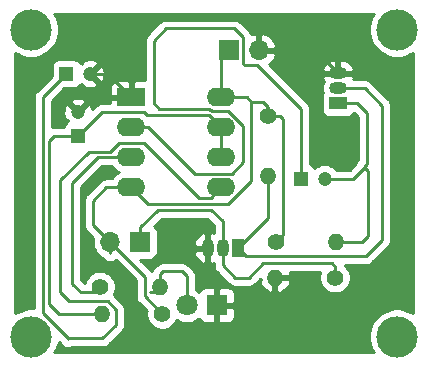
<source format=gbr>
%TF.GenerationSoftware,KiCad,Pcbnew,(5.1.12)-1*%
%TF.CreationDate,2023-08-26T19:40:57+05:30*%
%TF.ProjectId,clap switch,636c6170-2073-4776-9974-63682e6b6963,rev?*%
%TF.SameCoordinates,Original*%
%TF.FileFunction,Copper,L2,Bot*%
%TF.FilePolarity,Positive*%
%FSLAX46Y46*%
G04 Gerber Fmt 4.6, Leading zero omitted, Abs format (unit mm)*
G04 Created by KiCad (PCBNEW (5.1.12)-1) date 2023-08-26 19:40:57*
%MOMM*%
%LPD*%
G01*
G04 APERTURE LIST*
%TA.AperFunction,ComponentPad*%
%ADD10O,1.700000X1.700000*%
%TD*%
%TA.AperFunction,ComponentPad*%
%ADD11R,1.700000X1.700000*%
%TD*%
%TA.AperFunction,ComponentPad*%
%ADD12C,1.800000*%
%TD*%
%TA.AperFunction,ComponentPad*%
%ADD13R,1.800000X1.800000*%
%TD*%
%TA.AperFunction,ComponentPad*%
%ADD14O,2.400000X1.600000*%
%TD*%
%TA.AperFunction,ComponentPad*%
%ADD15R,2.400000X1.600000*%
%TD*%
%TA.AperFunction,ComponentPad*%
%ADD16R,1.500000X1.050000*%
%TD*%
%TA.AperFunction,ComponentPad*%
%ADD17O,1.500000X1.050000*%
%TD*%
%TA.AperFunction,ComponentPad*%
%ADD18O,1.400000X1.400000*%
%TD*%
%TA.AperFunction,ComponentPad*%
%ADD19C,1.400000*%
%TD*%
%TA.AperFunction,ComponentPad*%
%ADD20R,1.050000X1.500000*%
%TD*%
%TA.AperFunction,ComponentPad*%
%ADD21O,1.050000X1.500000*%
%TD*%
%TA.AperFunction,ComponentPad*%
%ADD22C,1.200000*%
%TD*%
%TA.AperFunction,ComponentPad*%
%ADD23R,1.200000X1.200000*%
%TD*%
%TA.AperFunction,ViaPad*%
%ADD24C,3.500000*%
%TD*%
%TA.AperFunction,Conductor*%
%ADD25C,0.250000*%
%TD*%
%TA.AperFunction,Conductor*%
%ADD26C,0.254000*%
%TD*%
%TA.AperFunction,Conductor*%
%ADD27C,0.100000*%
%TD*%
G04 APERTURE END LIST*
D10*
%TO.P,6V1,2*%
%TO.N,Earth*%
X162290000Y-75750000D03*
D11*
%TO.P,6V1,1*%
%TO.N,Net-(6V1-Pad1)*%
X159750000Y-75750000D03*
%TD*%
D12*
%TO.P,D1,2*%
%TO.N,Net-(D1-Pad2)*%
X156210000Y-97350000D03*
D13*
%TO.P,D1,1*%
%TO.N,Earth*%
X158750000Y-97350000D03*
%TD*%
D14*
%TO.P,U1,8*%
%TO.N,Net-(6V1-Pad1)*%
X159120000Y-79750000D03*
%TO.P,U1,4*%
X151500000Y-87370000D03*
%TO.P,U1,7*%
%TO.N,Net-(C2-Pad1)*%
X159120000Y-82290000D03*
%TO.P,U1,3*%
%TO.N,Net-(R1-Pad1)*%
X151500000Y-84830000D03*
%TO.P,U1,6*%
%TO.N,Net-(C2-Pad1)*%
X159120000Y-84830000D03*
%TO.P,U1,2*%
%TO.N,Net-(C3-Pad1)*%
X151500000Y-82290000D03*
%TO.P,U1,5*%
%TO.N,Net-(C1-Pad1)*%
X159120000Y-87370000D03*
D15*
%TO.P,U1,1*%
%TO.N,Earth*%
X151500000Y-79750000D03*
%TD*%
D10*
%TO.P,MK1,2*%
%TO.N,Net-(6V1-Pad1)*%
X149710000Y-92000000D03*
D11*
%TO.P,MK1,1*%
%TO.N,Net-(MK1-Pad1)*%
X152250000Y-92000000D03*
%TD*%
D16*
%TO.P,Q2,1*%
%TO.N,Net-(C3-Pad2)*%
X169000000Y-80250000D03*
D17*
%TO.P,Q2,3*%
%TO.N,Earth*%
X169000000Y-77710000D03*
%TO.P,Q2,2*%
%TO.N,Net-(Q1-Pad1)*%
X169000000Y-78980000D03*
%TD*%
D18*
%TO.P,R5,2*%
%TO.N,Earth*%
X163670000Y-95000000D03*
D19*
%TO.P,R5,1*%
%TO.N,Net-(MK1-Pad1)*%
X168750000Y-95000000D03*
%TD*%
D18*
%TO.P,R4,2*%
%TO.N,Net-(Q1-Pad1)*%
X163068000Y-86360000D03*
D19*
%TO.P,R4,1*%
%TO.N,Net-(6V1-Pad1)*%
X163068000Y-81280000D03*
%TD*%
D18*
%TO.P,R3,2*%
%TO.N,Net-(C3-Pad2)*%
X168830000Y-92000000D03*
D19*
%TO.P,R3,1*%
%TO.N,Net-(6V1-Pad1)*%
X163750000Y-92000000D03*
%TD*%
D18*
%TO.P,R2,2*%
%TO.N,Net-(C2-Pad1)*%
X149030000Y-98070000D03*
D19*
%TO.P,R2,1*%
%TO.N,Net-(6V1-Pad1)*%
X154110000Y-98070000D03*
%TD*%
D18*
%TO.P,R1,2*%
%TO.N,Net-(D1-Pad2)*%
X153930000Y-95770000D03*
D19*
%TO.P,R1,1*%
%TO.N,Net-(R1-Pad1)*%
X148850000Y-95770000D03*
%TD*%
D20*
%TO.P,Q1,1*%
%TO.N,Net-(Q1-Pad1)*%
X160500000Y-92500000D03*
D21*
%TO.P,Q1,3*%
%TO.N,Earth*%
X157960000Y-92500000D03*
%TO.P,Q1,2*%
%TO.N,Net-(MK1-Pad1)*%
X159230000Y-92500000D03*
%TD*%
D22*
%TO.P,C3,2*%
%TO.N,Net-(C3-Pad2)*%
X167862000Y-86614000D03*
D23*
%TO.P,C3,1*%
%TO.N,Net-(C3-Pad1)*%
X165862000Y-86614000D03*
%TD*%
D22*
%TO.P,C2,2*%
%TO.N,Earth*%
X147000000Y-81000000D03*
D23*
%TO.P,C2,1*%
%TO.N,Net-(C2-Pad1)*%
X147000000Y-83000000D03*
%TD*%
D22*
%TO.P,C1,2*%
%TO.N,Earth*%
X148000000Y-77750000D03*
D23*
%TO.P,C1,1*%
%TO.N,Net-(C1-Pad1)*%
X146000000Y-77750000D03*
%TD*%
D24*
%TO.N,*%
X174000000Y-100000000D03*
X143000000Y-100000000D03*
X143000000Y-74000000D03*
X174000000Y-74000000D03*
%TD*%
D25*
%TO.N,Earth*%
X149500000Y-77750000D02*
X151500000Y-79750000D01*
X148000000Y-77750000D02*
X149500000Y-77750000D01*
X167040000Y-75750000D02*
X169000000Y-77710000D01*
X162290000Y-75750000D02*
X167040000Y-75750000D01*
X172210000Y-77710000D02*
X169000000Y-77710000D01*
X173660000Y-79160000D02*
X172210000Y-77710000D01*
X173660000Y-94690000D02*
X173660000Y-79160000D01*
X169150000Y-99200000D02*
X173660000Y-94690000D01*
X158750000Y-97350000D02*
X158750000Y-98720000D01*
X158750000Y-98720000D02*
X159310000Y-99280000D01*
X159310000Y-99280000D02*
X162840000Y-99280000D01*
X162840000Y-99280000D02*
X163670000Y-98450000D01*
X163670000Y-95000000D02*
X163670000Y-97660000D01*
X163670000Y-97660000D02*
X163670000Y-97250000D01*
X163670000Y-98450000D02*
X163670000Y-97660000D01*
X164420000Y-99200000D02*
X163670000Y-98450000D01*
X169150000Y-99200000D02*
X164420000Y-99200000D01*
X151500000Y-74306000D02*
X151500000Y-79750000D01*
X152596000Y-73210000D02*
X151500000Y-74306000D01*
X161710000Y-73210000D02*
X152596000Y-73210000D01*
X162290000Y-73790000D02*
X161710000Y-73210000D01*
X162290000Y-75750000D02*
X162290000Y-73790000D01*
%TO.N,Net-(6V1-Pad1)*%
X151500000Y-87370000D02*
X149380000Y-87370000D01*
X149380000Y-87370000D02*
X148250000Y-88500000D01*
X148250000Y-90540000D02*
X149710000Y-92000000D01*
X148250000Y-88500000D02*
X148250000Y-90540000D01*
X149710000Y-92960000D02*
X149710000Y-92000000D01*
X159120000Y-76380000D02*
X159750000Y-75750000D01*
X159120000Y-79750000D02*
X159120000Y-76380000D01*
X159120000Y-79750000D02*
X160500000Y-79750000D01*
X152629990Y-94919990D02*
X149710000Y-92000000D01*
X152629990Y-96589990D02*
X152629990Y-94919990D01*
X154110000Y-98070000D02*
X152629990Y-96589990D01*
X160280000Y-79750000D02*
X159120000Y-79750000D01*
X151500000Y-87370000D02*
X152929991Y-88799991D01*
X152929991Y-88799991D02*
X159681013Y-88799991D01*
X159681013Y-88799991D02*
X161670000Y-86811004D01*
X161670000Y-86811004D02*
X161670000Y-80136000D01*
X161670000Y-80136000D02*
X161284000Y-79750000D01*
X161284000Y-79750000D02*
X160280000Y-79750000D01*
X162686000Y-80136000D02*
X161670000Y-80136000D01*
X163068000Y-80518000D02*
X162686000Y-80136000D01*
X163068000Y-81280000D02*
X163068000Y-80518000D01*
X164084000Y-81280000D02*
X163068000Y-81280000D01*
X164338000Y-81534000D02*
X164084000Y-81280000D01*
X164338000Y-91412000D02*
X164338000Y-81534000D01*
X163750000Y-92000000D02*
X164338000Y-91412000D01*
%TO.N,Net-(C1-Pad1)*%
X146000000Y-77750000D02*
X144000000Y-79750000D01*
X144000000Y-79750000D02*
X144000000Y-98000000D01*
X144000000Y-98000000D02*
X146144999Y-100144999D01*
X146144999Y-100144999D02*
X146144999Y-100242001D01*
X158240000Y-88250000D02*
X159120000Y-87370000D01*
X146144999Y-100144999D02*
X149065001Y-100144999D01*
X145500000Y-86750000D02*
X147889999Y-84360001D01*
X149065001Y-100144999D02*
X150190000Y-99020000D01*
X150190000Y-97712998D02*
X149497002Y-97020000D01*
X149497002Y-97020000D02*
X146270000Y-97020000D01*
X149689015Y-84360001D02*
X150483016Y-83566000D01*
X146270000Y-97020000D02*
X145500000Y-96250000D01*
X145500000Y-96250000D02*
X145500000Y-86750000D01*
X150190000Y-99020000D02*
X150190000Y-97712998D01*
X147889999Y-84360001D02*
X149689015Y-84360001D01*
X150483016Y-83566000D02*
X152566000Y-83566000D01*
X152566000Y-83566000D02*
X157250000Y-88250000D01*
X157250000Y-88250000D02*
X158240000Y-88250000D01*
%TO.N,Net-(C2-Pad1)*%
X159120000Y-82290000D02*
X159120000Y-84830000D01*
X145370000Y-98070000D02*
X149030000Y-98070000D01*
X144540000Y-97240000D02*
X145370000Y-98070000D01*
X144540000Y-83460000D02*
X144540000Y-97240000D01*
X145000000Y-83000000D02*
X144540000Y-83460000D01*
X147000000Y-83000000D02*
X145000000Y-83000000D01*
X149000000Y-81000000D02*
X147000000Y-83000000D01*
X152840000Y-81250000D02*
X152590000Y-81000000D01*
X158080000Y-81250000D02*
X152840000Y-81250000D01*
X159120000Y-82290000D02*
X158080000Y-81250000D01*
X152590000Y-81000000D02*
X149000000Y-81000000D01*
%TO.N,Net-(C3-Pad2)*%
X169000000Y-80250000D02*
X170620000Y-80250000D01*
X170620000Y-80250000D02*
X171440000Y-81070000D01*
X171440000Y-81070000D02*
X171440000Y-85354000D01*
X171560000Y-91510000D02*
X171560000Y-85962000D01*
X171070000Y-92000000D02*
X171560000Y-91510000D01*
X168830000Y-92000000D02*
X171070000Y-92000000D01*
X171196000Y-85598000D02*
X171440000Y-85354000D01*
X171560000Y-85962000D02*
X171196000Y-85598000D01*
X171196000Y-85725000D02*
X171196000Y-85598000D01*
X170307000Y-86614000D02*
X171196000Y-85725000D01*
X167862000Y-86614000D02*
X170307000Y-86614000D01*
%TO.N,Net-(C3-Pad1)*%
X156904990Y-86244990D02*
X152950000Y-82290000D01*
X158356400Y-80889989D02*
X159710993Y-80889989D01*
X159710993Y-80889989D02*
X161000000Y-82178996D01*
X158266400Y-80799989D02*
X158356400Y-80889989D01*
X160005010Y-86244990D02*
X156904990Y-86244990D01*
X165862000Y-86614000D02*
X165862000Y-80698002D01*
X153874980Y-80714980D02*
X158093976Y-80714980D01*
X165862000Y-80698002D02*
X162125998Y-76962000D01*
X162125998Y-76962000D02*
X161027000Y-76962000D01*
X161027000Y-76962000D02*
X160925001Y-76860001D01*
X160925001Y-76860001D02*
X160925001Y-74639999D01*
X161000000Y-82178996D02*
X161000000Y-85250000D01*
X153416000Y-74930000D02*
X153416000Y-80256000D01*
X160195002Y-73910000D02*
X154436000Y-73910000D01*
X152950000Y-82290000D02*
X151500000Y-82290000D01*
X154436000Y-73910000D02*
X153416000Y-74930000D01*
X161000000Y-85250000D02*
X160005010Y-86244990D01*
X153416000Y-80256000D02*
X153874980Y-80714980D01*
X158093976Y-80714980D02*
X158178985Y-80799989D01*
X160925001Y-74639999D02*
X160195002Y-73910000D01*
X158178985Y-80799989D02*
X158266400Y-80799989D01*
%TO.N,Net-(D1-Pad2)*%
X153460000Y-96250000D02*
X153080000Y-96250000D01*
X153930000Y-95770000D02*
X153930000Y-94710000D01*
X153930000Y-94710000D02*
X154190000Y-94450000D01*
X154190000Y-94450000D02*
X155790000Y-94450000D01*
X156210000Y-94870000D02*
X156210000Y-97350000D01*
X155790000Y-94450000D02*
X156210000Y-94870000D01*
%TO.N,Net-(MK1-Pad1)*%
X159230000Y-92500000D02*
X159230000Y-90230000D01*
X159230000Y-90230000D02*
X158250000Y-89250000D01*
X158250000Y-89250000D02*
X153750000Y-89250000D01*
X152250000Y-90750000D02*
X152250000Y-92000000D01*
X153750000Y-89250000D02*
X152250000Y-90750000D01*
X168750000Y-95000000D02*
X168750000Y-94070000D01*
X168750000Y-94070000D02*
X168470000Y-93790000D01*
X168470000Y-93790000D02*
X162690000Y-93790000D01*
X162690000Y-93790000D02*
X161470000Y-95010000D01*
X161470000Y-95010000D02*
X160280000Y-95010000D01*
X159230000Y-93960000D02*
X159230000Y-92500000D01*
X160280000Y-95010000D02*
X159230000Y-93960000D01*
%TO.N,Net-(Q1-Pad1)*%
X171350000Y-93200000D02*
X161200000Y-93200000D01*
X161200000Y-93200000D02*
X160500000Y-92500000D01*
X172740000Y-91810000D02*
X171350000Y-93200000D01*
X172740000Y-80450000D02*
X172740000Y-91810000D01*
X171270000Y-78980000D02*
X172740000Y-80450000D01*
X169000000Y-78980000D02*
X171270000Y-78980000D01*
X163068000Y-89932000D02*
X160500000Y-92500000D01*
X163068000Y-86360000D02*
X163068000Y-89932000D01*
%TO.N,Net-(R1-Pad1)*%
X146500000Y-87000000D02*
X148670000Y-84830000D01*
X146500000Y-95510000D02*
X146500000Y-87000000D01*
X148670000Y-84830000D02*
X151500000Y-84830000D01*
X147240000Y-96250000D02*
X146500000Y-95510000D01*
X148370000Y-96250000D02*
X148850000Y-95770000D01*
X147240000Y-96250000D02*
X148370000Y-96250000D01*
%TD*%
D26*
%TO.N,Earth*%
X171886440Y-72870279D02*
X171706654Y-73304321D01*
X171615000Y-73765098D01*
X171615000Y-74234902D01*
X171706654Y-74695679D01*
X171886440Y-75129721D01*
X172147450Y-75520349D01*
X172479651Y-75852550D01*
X172870279Y-76113560D01*
X173304321Y-76293346D01*
X173765098Y-76385000D01*
X174234902Y-76385000D01*
X174695679Y-76293346D01*
X175129721Y-76113560D01*
X175340000Y-75973056D01*
X175340001Y-98026945D01*
X175129721Y-97886440D01*
X174695679Y-97706654D01*
X174234902Y-97615000D01*
X173765098Y-97615000D01*
X173304321Y-97706654D01*
X172870279Y-97886440D01*
X172479651Y-98147450D01*
X172147450Y-98479651D01*
X171886440Y-98870279D01*
X171706654Y-99304321D01*
X171615000Y-99765098D01*
X171615000Y-100234902D01*
X171706654Y-100695679D01*
X171886440Y-101129721D01*
X172026944Y-101340000D01*
X144973056Y-101340000D01*
X145113560Y-101129721D01*
X145293346Y-100695679D01*
X145347687Y-100422489D01*
X145430748Y-100505549D01*
X145439453Y-100534248D01*
X145510025Y-100666277D01*
X145604998Y-100782002D01*
X145720724Y-100876975D01*
X145852753Y-100947547D01*
X145996014Y-100991004D01*
X146144999Y-101005678D01*
X146293985Y-100991004D01*
X146437246Y-100947547D01*
X146516847Y-100904999D01*
X149027679Y-100904999D01*
X149065001Y-100908675D01*
X149102323Y-100904999D01*
X149102334Y-100904999D01*
X149213987Y-100894002D01*
X149357248Y-100850545D01*
X149489277Y-100779973D01*
X149605002Y-100685000D01*
X149628805Y-100655997D01*
X150701004Y-99583798D01*
X150730001Y-99560001D01*
X150824974Y-99444276D01*
X150895546Y-99312247D01*
X150939003Y-99168986D01*
X150950000Y-99057333D01*
X150950000Y-99057323D01*
X150953676Y-99020000D01*
X150950000Y-98982677D01*
X150950000Y-97750320D01*
X150953676Y-97712997D01*
X150950000Y-97675674D01*
X150950000Y-97675665D01*
X150939003Y-97564012D01*
X150895546Y-97420751D01*
X150824974Y-97288722D01*
X150730001Y-97172997D01*
X150701002Y-97149199D01*
X150060805Y-96509002D01*
X150037003Y-96479999D01*
X150000952Y-96450413D01*
X150033061Y-96402359D01*
X150133696Y-96159405D01*
X150185000Y-95901486D01*
X150185000Y-95638514D01*
X150133696Y-95380595D01*
X150033061Y-95137641D01*
X149886962Y-94918987D01*
X149701013Y-94733038D01*
X149482359Y-94586939D01*
X149239405Y-94486304D01*
X148981486Y-94435000D01*
X148718514Y-94435000D01*
X148460595Y-94486304D01*
X148217641Y-94586939D01*
X147998987Y-94733038D01*
X147813038Y-94918987D01*
X147666939Y-95137641D01*
X147566304Y-95380595D01*
X147546244Y-95481442D01*
X147260000Y-95195199D01*
X147260000Y-87314801D01*
X148984803Y-85590000D01*
X149879099Y-85590000D01*
X149901068Y-85631101D01*
X150080392Y-85849608D01*
X150298899Y-86028932D01*
X150431858Y-86100000D01*
X150298899Y-86171068D01*
X150080392Y-86350392D01*
X149901068Y-86568899D01*
X149879099Y-86610000D01*
X149417322Y-86610000D01*
X149379999Y-86606324D01*
X149342676Y-86610000D01*
X149342667Y-86610000D01*
X149231014Y-86620997D01*
X149087753Y-86664454D01*
X148955724Y-86735026D01*
X148839999Y-86829999D01*
X148816201Y-86858997D01*
X147739002Y-87936196D01*
X147709999Y-87959999D01*
X147654871Y-88027174D01*
X147615026Y-88075724D01*
X147601508Y-88101015D01*
X147544454Y-88207754D01*
X147500997Y-88351015D01*
X147490000Y-88462668D01*
X147490000Y-88462678D01*
X147486324Y-88500000D01*
X147490000Y-88537323D01*
X147490001Y-90502668D01*
X147486324Y-90540000D01*
X147490001Y-90577333D01*
X147500998Y-90688986D01*
X147508182Y-90712668D01*
X147544454Y-90832246D01*
X147615026Y-90964276D01*
X147665287Y-91025518D01*
X147710000Y-91080001D01*
X147738998Y-91103799D01*
X148268791Y-91633592D01*
X148225000Y-91853740D01*
X148225000Y-92146260D01*
X148282068Y-92433158D01*
X148394010Y-92703411D01*
X148556525Y-92946632D01*
X148763368Y-93153475D01*
X149006589Y-93315990D01*
X149047608Y-93332981D01*
X149075026Y-93384275D01*
X149169999Y-93500001D01*
X149285724Y-93594974D01*
X149417753Y-93665546D01*
X149561014Y-93709003D01*
X149710000Y-93723677D01*
X149858985Y-93709003D01*
X150002246Y-93665546D01*
X150134275Y-93594974D01*
X150186946Y-93551748D01*
X151869991Y-95234794D01*
X151869990Y-96552667D01*
X151866314Y-96589990D01*
X151869990Y-96627312D01*
X151869990Y-96627322D01*
X151880987Y-96738975D01*
X151921040Y-96871013D01*
X151924444Y-96882236D01*
X151995016Y-97014266D01*
X152010422Y-97033038D01*
X152089989Y-97129991D01*
X152118993Y-97153794D01*
X152796355Y-97831157D01*
X152775000Y-97938514D01*
X152775000Y-98201486D01*
X152826304Y-98459405D01*
X152926939Y-98702359D01*
X153073038Y-98921013D01*
X153258987Y-99106962D01*
X153477641Y-99253061D01*
X153720595Y-99353696D01*
X153978514Y-99405000D01*
X154241486Y-99405000D01*
X154499405Y-99353696D01*
X154742359Y-99253061D01*
X154961013Y-99106962D01*
X155146962Y-98921013D01*
X155293061Y-98702359D01*
X155331638Y-98609226D01*
X155482905Y-98710299D01*
X155762257Y-98826011D01*
X156058816Y-98885000D01*
X156361184Y-98885000D01*
X156657743Y-98826011D01*
X156937095Y-98710299D01*
X157188505Y-98542312D01*
X157254944Y-98475873D01*
X157260498Y-98494180D01*
X157319463Y-98604494D01*
X157398815Y-98701185D01*
X157495506Y-98780537D01*
X157605820Y-98839502D01*
X157725518Y-98875812D01*
X157850000Y-98888072D01*
X158464250Y-98885000D01*
X158623000Y-98726250D01*
X158623000Y-97477000D01*
X158877000Y-97477000D01*
X158877000Y-98726250D01*
X159035750Y-98885000D01*
X159650000Y-98888072D01*
X159774482Y-98875812D01*
X159894180Y-98839502D01*
X160004494Y-98780537D01*
X160101185Y-98701185D01*
X160180537Y-98604494D01*
X160239502Y-98494180D01*
X160275812Y-98374482D01*
X160288072Y-98250000D01*
X160285000Y-97635750D01*
X160126250Y-97477000D01*
X158877000Y-97477000D01*
X158623000Y-97477000D01*
X158603000Y-97477000D01*
X158603000Y-97223000D01*
X158623000Y-97223000D01*
X158623000Y-95973750D01*
X158877000Y-95973750D01*
X158877000Y-97223000D01*
X160126250Y-97223000D01*
X160285000Y-97064250D01*
X160288072Y-96450000D01*
X160275812Y-96325518D01*
X160239502Y-96205820D01*
X160180537Y-96095506D01*
X160101185Y-95998815D01*
X160004494Y-95919463D01*
X159894180Y-95860498D01*
X159774482Y-95824188D01*
X159650000Y-95811928D01*
X159035750Y-95815000D01*
X158877000Y-95973750D01*
X158623000Y-95973750D01*
X158464250Y-95815000D01*
X157850000Y-95811928D01*
X157725518Y-95824188D01*
X157605820Y-95860498D01*
X157495506Y-95919463D01*
X157398815Y-95998815D01*
X157319463Y-96095506D01*
X157260498Y-96205820D01*
X157254944Y-96224127D01*
X157188505Y-96157688D01*
X156970000Y-96011687D01*
X156970000Y-94907325D01*
X156973676Y-94870000D01*
X156970000Y-94832675D01*
X156970000Y-94832667D01*
X156959003Y-94721014D01*
X156915546Y-94577753D01*
X156844974Y-94445724D01*
X156750001Y-94329999D01*
X156720998Y-94306197D01*
X156353804Y-93939003D01*
X156330001Y-93909999D01*
X156214276Y-93815026D01*
X156082247Y-93744454D01*
X155938986Y-93700997D01*
X155827333Y-93690000D01*
X155827322Y-93690000D01*
X155790000Y-93686324D01*
X155752678Y-93690000D01*
X154227333Y-93690000D01*
X154190000Y-93686323D01*
X154152667Y-93690000D01*
X154041014Y-93700997D01*
X153897753Y-93744454D01*
X153765724Y-93815026D01*
X153649999Y-93909999D01*
X153626196Y-93939003D01*
X153418998Y-94146201D01*
X153390000Y-94169999D01*
X153366202Y-94198997D01*
X153366201Y-94198998D01*
X153295026Y-94285724D01*
X153224454Y-94417754D01*
X153218120Y-94438634D01*
X153193789Y-94408986D01*
X153193785Y-94408982D01*
X153169991Y-94379989D01*
X153140998Y-94356195D01*
X152272874Y-93488072D01*
X153100000Y-93488072D01*
X153224482Y-93475812D01*
X153344180Y-93439502D01*
X153454494Y-93380537D01*
X153551185Y-93301185D01*
X153630537Y-93204494D01*
X153689502Y-93094180D01*
X153725812Y-92974482D01*
X153738072Y-92850000D01*
X153738072Y-92810507D01*
X156793669Y-92810507D01*
X156832761Y-93036404D01*
X156915172Y-93250334D01*
X157037736Y-93444076D01*
X157195742Y-93610184D01*
X157383118Y-93742275D01*
X157592663Y-93835272D01*
X157654190Y-93843964D01*
X157833000Y-93718163D01*
X157833000Y-92627000D01*
X156953402Y-92627000D01*
X156793669Y-92810507D01*
X153738072Y-92810507D01*
X153738072Y-92189493D01*
X156793669Y-92189493D01*
X156953402Y-92373000D01*
X157833000Y-92373000D01*
X157833000Y-91281837D01*
X157654190Y-91156036D01*
X157592663Y-91164728D01*
X157383118Y-91257725D01*
X157195742Y-91389816D01*
X157037736Y-91555924D01*
X156915172Y-91749666D01*
X156832761Y-91963596D01*
X156793669Y-92189493D01*
X153738072Y-92189493D01*
X153738072Y-91150000D01*
X153725812Y-91025518D01*
X153689502Y-90905820D01*
X153630537Y-90795506D01*
X153551185Y-90698815D01*
X153454958Y-90619844D01*
X154064802Y-90010000D01*
X157935199Y-90010000D01*
X158470001Y-90544803D01*
X158470001Y-91228043D01*
X158327337Y-91164728D01*
X158265810Y-91156036D01*
X158087000Y-91281837D01*
X158087000Y-92046891D01*
X158086785Y-92047600D01*
X158070000Y-92218021D01*
X158070000Y-92781978D01*
X158086785Y-92952399D01*
X158087000Y-92953108D01*
X158087000Y-93718163D01*
X158265810Y-93843964D01*
X158327337Y-93835272D01*
X158470000Y-93771957D01*
X158470000Y-93922677D01*
X158466324Y-93960000D01*
X158470000Y-93997322D01*
X158470000Y-93997332D01*
X158480997Y-94108985D01*
X158523773Y-94250000D01*
X158524454Y-94252246D01*
X158595026Y-94384276D01*
X158622500Y-94417753D01*
X158689999Y-94500001D01*
X158719002Y-94523804D01*
X159716201Y-95521003D01*
X159739999Y-95550001D01*
X159855724Y-95644974D01*
X159987753Y-95715546D01*
X160131014Y-95759003D01*
X160242667Y-95770000D01*
X160242676Y-95770000D01*
X160279999Y-95773676D01*
X160317322Y-95770000D01*
X161432678Y-95770000D01*
X161470000Y-95773676D01*
X161507322Y-95770000D01*
X161507333Y-95770000D01*
X161618986Y-95759003D01*
X161762247Y-95715546D01*
X161894276Y-95644974D01*
X162010001Y-95550001D01*
X162033804Y-95520997D01*
X162427800Y-95127002D01*
X162500625Y-95127002D01*
X162377284Y-95333329D01*
X162409953Y-95441044D01*
X162520208Y-95678392D01*
X162674649Y-95889670D01*
X162867340Y-96066759D01*
X163090877Y-96202853D01*
X163336670Y-96292722D01*
X163543000Y-96170201D01*
X163543000Y-95127000D01*
X163797000Y-95127000D01*
X163797000Y-96170201D01*
X164003330Y-96292722D01*
X164249123Y-96202853D01*
X164472660Y-96066759D01*
X164665351Y-95889670D01*
X164819792Y-95678392D01*
X164930047Y-95441044D01*
X164962716Y-95333329D01*
X164839374Y-95127000D01*
X163797000Y-95127000D01*
X163543000Y-95127000D01*
X163523000Y-95127000D01*
X163523000Y-94873000D01*
X163543000Y-94873000D01*
X163543000Y-94853000D01*
X163797000Y-94853000D01*
X163797000Y-94873000D01*
X164839374Y-94873000D01*
X164962716Y-94666671D01*
X164930047Y-94558956D01*
X164925887Y-94550000D01*
X167491403Y-94550000D01*
X167466304Y-94610595D01*
X167415000Y-94868514D01*
X167415000Y-95131486D01*
X167466304Y-95389405D01*
X167566939Y-95632359D01*
X167713038Y-95851013D01*
X167898987Y-96036962D01*
X168117641Y-96183061D01*
X168360595Y-96283696D01*
X168618514Y-96335000D01*
X168881486Y-96335000D01*
X169139405Y-96283696D01*
X169382359Y-96183061D01*
X169601013Y-96036962D01*
X169786962Y-95851013D01*
X169933061Y-95632359D01*
X170033696Y-95389405D01*
X170085000Y-95131486D01*
X170085000Y-94868514D01*
X170033696Y-94610595D01*
X169933061Y-94367641D01*
X169786962Y-94148987D01*
X169601013Y-93963038D01*
X169596466Y-93960000D01*
X171312678Y-93960000D01*
X171350000Y-93963676D01*
X171387322Y-93960000D01*
X171387333Y-93960000D01*
X171498986Y-93949003D01*
X171642247Y-93905546D01*
X171774276Y-93834974D01*
X171890001Y-93740001D01*
X171913804Y-93710997D01*
X173251003Y-92373799D01*
X173280001Y-92350001D01*
X173374974Y-92234276D01*
X173445546Y-92102247D01*
X173489003Y-91958986D01*
X173500000Y-91847333D01*
X173500000Y-91847323D01*
X173503676Y-91810000D01*
X173500000Y-91772677D01*
X173500000Y-80487323D01*
X173503676Y-80450000D01*
X173500000Y-80412677D01*
X173500000Y-80412667D01*
X173489003Y-80301014D01*
X173445546Y-80157753D01*
X173418426Y-80107015D01*
X173374974Y-80025723D01*
X173303799Y-79938997D01*
X173280001Y-79909999D01*
X173251004Y-79886202D01*
X171833804Y-78469003D01*
X171810001Y-78439999D01*
X171694276Y-78345026D01*
X171562247Y-78274454D01*
X171418986Y-78230997D01*
X171307333Y-78220000D01*
X171307322Y-78220000D01*
X171270000Y-78216324D01*
X171232678Y-78220000D01*
X170271958Y-78220000D01*
X170335272Y-78077337D01*
X170343964Y-78015810D01*
X170218163Y-77837000D01*
X169453109Y-77837000D01*
X169452400Y-77836785D01*
X169281979Y-77820000D01*
X168718021Y-77820000D01*
X168547600Y-77836785D01*
X168546891Y-77837000D01*
X167781837Y-77837000D01*
X167656036Y-78015810D01*
X167664728Y-78077337D01*
X167757725Y-78286882D01*
X167798929Y-78345331D01*
X167698115Y-78533940D01*
X167631785Y-78752600D01*
X167609388Y-78980000D01*
X167631785Y-79207400D01*
X167695093Y-79416098D01*
X167660498Y-79480820D01*
X167624188Y-79600518D01*
X167611928Y-79725000D01*
X167611928Y-80775000D01*
X167624188Y-80899482D01*
X167660498Y-81019180D01*
X167719463Y-81129494D01*
X167798815Y-81226185D01*
X167895506Y-81305537D01*
X168005820Y-81364502D01*
X168125518Y-81400812D01*
X168250000Y-81413072D01*
X169750000Y-81413072D01*
X169874482Y-81400812D01*
X169994180Y-81364502D01*
X170104494Y-81305537D01*
X170201185Y-81226185D01*
X170280537Y-81129494D01*
X170330751Y-81035552D01*
X170680000Y-81384802D01*
X170680001Y-85038301D01*
X170655999Y-85057999D01*
X170561026Y-85173724D01*
X170490454Y-85305753D01*
X170468687Y-85377512D01*
X169992199Y-85854000D01*
X168839506Y-85854000D01*
X168821287Y-85826733D01*
X168649267Y-85654713D01*
X168446992Y-85519557D01*
X168222236Y-85426460D01*
X167983637Y-85379000D01*
X167740363Y-85379000D01*
X167501764Y-85426460D01*
X167277008Y-85519557D01*
X167074733Y-85654713D01*
X167019499Y-85709947D01*
X166992537Y-85659506D01*
X166913185Y-85562815D01*
X166816494Y-85483463D01*
X166706180Y-85424498D01*
X166622000Y-85398962D01*
X166622000Y-80735327D01*
X166625676Y-80698002D01*
X166622000Y-80660677D01*
X166622000Y-80660669D01*
X166611003Y-80549016D01*
X166567546Y-80405755D01*
X166496974Y-80273726D01*
X166402001Y-80158001D01*
X166373003Y-80134203D01*
X163642990Y-77404190D01*
X167656036Y-77404190D01*
X167781837Y-77583000D01*
X168873000Y-77583000D01*
X168873000Y-76703402D01*
X169127000Y-76703402D01*
X169127000Y-77583000D01*
X170218163Y-77583000D01*
X170343964Y-77404190D01*
X170335272Y-77342663D01*
X170242275Y-77133118D01*
X170110184Y-76945742D01*
X169944076Y-76787736D01*
X169750334Y-76665172D01*
X169536404Y-76582761D01*
X169310507Y-76543669D01*
X169127000Y-76703402D01*
X168873000Y-76703402D01*
X168689493Y-76543669D01*
X168463596Y-76582761D01*
X168249666Y-76665172D01*
X168055924Y-76787736D01*
X167889816Y-76945742D01*
X167757725Y-77133118D01*
X167664728Y-77342663D01*
X167656036Y-77404190D01*
X163642990Y-77404190D01*
X163173491Y-76934692D01*
X163290269Y-76847588D01*
X163485178Y-76631355D01*
X163634157Y-76381252D01*
X163731481Y-76106891D01*
X163610814Y-75877000D01*
X162417000Y-75877000D01*
X162417000Y-75897000D01*
X162163000Y-75897000D01*
X162163000Y-75877000D01*
X162143000Y-75877000D01*
X162143000Y-75623000D01*
X162163000Y-75623000D01*
X162163000Y-74429845D01*
X162417000Y-74429845D01*
X162417000Y-75623000D01*
X163610814Y-75623000D01*
X163731481Y-75393109D01*
X163634157Y-75118748D01*
X163485178Y-74868645D01*
X163290269Y-74652412D01*
X163056920Y-74478359D01*
X162794099Y-74353175D01*
X162646890Y-74308524D01*
X162417000Y-74429845D01*
X162163000Y-74429845D01*
X161933110Y-74308524D01*
X161785901Y-74353175D01*
X161651597Y-74417145D01*
X161630547Y-74347752D01*
X161559975Y-74215723D01*
X161531476Y-74180997D01*
X161488800Y-74128995D01*
X161488796Y-74128991D01*
X161465002Y-74099998D01*
X161436009Y-74076204D01*
X160758805Y-73399002D01*
X160735003Y-73369999D01*
X160619278Y-73275026D01*
X160487249Y-73204454D01*
X160343988Y-73160997D01*
X160232335Y-73150000D01*
X160232324Y-73150000D01*
X160195002Y-73146324D01*
X160157680Y-73150000D01*
X154473323Y-73150000D01*
X154436000Y-73146324D01*
X154398677Y-73150000D01*
X154398667Y-73150000D01*
X154287014Y-73160997D01*
X154143753Y-73204454D01*
X154011724Y-73275026D01*
X153895999Y-73369999D01*
X153872201Y-73398997D01*
X152905002Y-74366196D01*
X152875999Y-74389999D01*
X152826757Y-74450001D01*
X152781026Y-74505724D01*
X152759762Y-74545506D01*
X152710454Y-74637754D01*
X152666997Y-74781015D01*
X152656000Y-74892668D01*
X152656000Y-74892678D01*
X152652324Y-74930000D01*
X152656000Y-74967323D01*
X152656001Y-78312076D01*
X151785750Y-78315000D01*
X151627000Y-78473750D01*
X151627000Y-79623000D01*
X151647000Y-79623000D01*
X151647000Y-79877000D01*
X151627000Y-79877000D01*
X151627000Y-79897000D01*
X151373000Y-79897000D01*
X151373000Y-79877000D01*
X149823750Y-79877000D01*
X149665000Y-80035750D01*
X149663780Y-80240000D01*
X149037322Y-80240000D01*
X148999999Y-80236324D01*
X148962676Y-80240000D01*
X148962667Y-80240000D01*
X148851014Y-80250997D01*
X148711449Y-80293333D01*
X148707753Y-80294454D01*
X148575723Y-80365026D01*
X148498690Y-80428246D01*
X148459999Y-80459999D01*
X148436201Y-80488997D01*
X148205606Y-80719592D01*
X148199395Y-80681451D01*
X148114202Y-80453582D01*
X148073348Y-80377148D01*
X147849764Y-80329841D01*
X147179605Y-81000000D01*
X147193748Y-81014143D01*
X147014143Y-81193748D01*
X147000000Y-81179605D01*
X146985858Y-81193748D01*
X146806253Y-81014143D01*
X146820395Y-81000000D01*
X146150236Y-80329841D01*
X145926652Y-80377148D01*
X145825763Y-80598516D01*
X145770000Y-80835313D01*
X145761505Y-81078438D01*
X145800605Y-81318549D01*
X145885798Y-81546418D01*
X145926652Y-81622852D01*
X146150234Y-81670158D01*
X146033128Y-81787264D01*
X146091006Y-81845142D01*
X146045506Y-81869463D01*
X145948815Y-81948815D01*
X145869463Y-82045506D01*
X145810498Y-82155820D01*
X145784962Y-82240000D01*
X145037322Y-82240000D01*
X144999999Y-82236324D01*
X144962676Y-82240000D01*
X144962667Y-82240000D01*
X144851014Y-82250997D01*
X144760000Y-82278605D01*
X144760000Y-80150236D01*
X146329841Y-80150236D01*
X147000000Y-80820395D01*
X147670159Y-80150236D01*
X147622852Y-79926652D01*
X147401484Y-79825763D01*
X147164687Y-79770000D01*
X146921562Y-79761505D01*
X146681451Y-79800605D01*
X146453582Y-79885798D01*
X146377148Y-79926652D01*
X146329841Y-80150236D01*
X144760000Y-80150236D01*
X144760000Y-80064801D01*
X145836730Y-78988072D01*
X146600000Y-78988072D01*
X146724482Y-78975812D01*
X146844180Y-78939502D01*
X146954494Y-78880537D01*
X147051185Y-78801185D01*
X147130537Y-78704494D01*
X147154858Y-78658994D01*
X147212736Y-78716872D01*
X147329842Y-78599766D01*
X147377148Y-78823348D01*
X147598516Y-78924237D01*
X147835313Y-78980000D01*
X148078438Y-78988495D01*
X148314833Y-78950000D01*
X149661928Y-78950000D01*
X149665000Y-79464250D01*
X149823750Y-79623000D01*
X151373000Y-79623000D01*
X151373000Y-78473750D01*
X151214250Y-78315000D01*
X150300000Y-78311928D01*
X150175518Y-78324188D01*
X150055820Y-78360498D01*
X149945506Y-78419463D01*
X149848815Y-78498815D01*
X149769463Y-78595506D01*
X149710498Y-78705820D01*
X149674188Y-78825518D01*
X149661928Y-78950000D01*
X148314833Y-78950000D01*
X148318549Y-78949395D01*
X148546418Y-78864202D01*
X148622852Y-78823348D01*
X148670159Y-78599764D01*
X148000000Y-77929605D01*
X147985858Y-77943748D01*
X147806253Y-77764143D01*
X147820395Y-77750000D01*
X148179605Y-77750000D01*
X148849764Y-78420159D01*
X149073348Y-78372852D01*
X149174237Y-78151484D01*
X149230000Y-77914687D01*
X149238495Y-77671562D01*
X149199395Y-77431451D01*
X149114202Y-77203582D01*
X149073348Y-77127148D01*
X148849764Y-77079841D01*
X148179605Y-77750000D01*
X147820395Y-77750000D01*
X147806253Y-77735858D01*
X147985858Y-77556253D01*
X148000000Y-77570395D01*
X148670159Y-76900236D01*
X148622852Y-76676652D01*
X148401484Y-76575763D01*
X148164687Y-76520000D01*
X147921562Y-76511505D01*
X147681451Y-76550605D01*
X147453582Y-76635798D01*
X147377148Y-76676652D01*
X147329842Y-76900234D01*
X147212736Y-76783128D01*
X147154858Y-76841006D01*
X147130537Y-76795506D01*
X147051185Y-76698815D01*
X146954494Y-76619463D01*
X146844180Y-76560498D01*
X146724482Y-76524188D01*
X146600000Y-76511928D01*
X145400000Y-76511928D01*
X145275518Y-76524188D01*
X145155820Y-76560498D01*
X145045506Y-76619463D01*
X144948815Y-76698815D01*
X144869463Y-76795506D01*
X144810498Y-76905820D01*
X144774188Y-77025518D01*
X144761928Y-77150000D01*
X144761928Y-77913270D01*
X143489003Y-79186196D01*
X143459999Y-79209999D01*
X143408915Y-79272246D01*
X143365026Y-79325724D01*
X143340118Y-79372323D01*
X143294454Y-79457754D01*
X143250997Y-79601015D01*
X143240000Y-79712668D01*
X143240000Y-79712678D01*
X143236324Y-79750000D01*
X143240000Y-79787322D01*
X143240001Y-97616014D01*
X143234902Y-97615000D01*
X142765098Y-97615000D01*
X142304321Y-97706654D01*
X141870279Y-97886440D01*
X141660000Y-98026944D01*
X141660000Y-75973056D01*
X141870279Y-76113560D01*
X142304321Y-76293346D01*
X142765098Y-76385000D01*
X143234902Y-76385000D01*
X143695679Y-76293346D01*
X144129721Y-76113560D01*
X144520349Y-75852550D01*
X144852550Y-75520349D01*
X145113560Y-75129721D01*
X145293346Y-74695679D01*
X145385000Y-74234902D01*
X145385000Y-73765098D01*
X145293346Y-73304321D01*
X145113560Y-72870279D01*
X144973056Y-72660000D01*
X172026944Y-72660000D01*
X171886440Y-72870279D01*
%TA.AperFunction,Conductor*%
D27*
G36*
X171886440Y-72870279D02*
G01*
X171706654Y-73304321D01*
X171615000Y-73765098D01*
X171615000Y-74234902D01*
X171706654Y-74695679D01*
X171886440Y-75129721D01*
X172147450Y-75520349D01*
X172479651Y-75852550D01*
X172870279Y-76113560D01*
X173304321Y-76293346D01*
X173765098Y-76385000D01*
X174234902Y-76385000D01*
X174695679Y-76293346D01*
X175129721Y-76113560D01*
X175340000Y-75973056D01*
X175340001Y-98026945D01*
X175129721Y-97886440D01*
X174695679Y-97706654D01*
X174234902Y-97615000D01*
X173765098Y-97615000D01*
X173304321Y-97706654D01*
X172870279Y-97886440D01*
X172479651Y-98147450D01*
X172147450Y-98479651D01*
X171886440Y-98870279D01*
X171706654Y-99304321D01*
X171615000Y-99765098D01*
X171615000Y-100234902D01*
X171706654Y-100695679D01*
X171886440Y-101129721D01*
X172026944Y-101340000D01*
X144973056Y-101340000D01*
X145113560Y-101129721D01*
X145293346Y-100695679D01*
X145347687Y-100422489D01*
X145430748Y-100505549D01*
X145439453Y-100534248D01*
X145510025Y-100666277D01*
X145604998Y-100782002D01*
X145720724Y-100876975D01*
X145852753Y-100947547D01*
X145996014Y-100991004D01*
X146144999Y-101005678D01*
X146293985Y-100991004D01*
X146437246Y-100947547D01*
X146516847Y-100904999D01*
X149027679Y-100904999D01*
X149065001Y-100908675D01*
X149102323Y-100904999D01*
X149102334Y-100904999D01*
X149213987Y-100894002D01*
X149357248Y-100850545D01*
X149489277Y-100779973D01*
X149605002Y-100685000D01*
X149628805Y-100655997D01*
X150701004Y-99583798D01*
X150730001Y-99560001D01*
X150824974Y-99444276D01*
X150895546Y-99312247D01*
X150939003Y-99168986D01*
X150950000Y-99057333D01*
X150950000Y-99057323D01*
X150953676Y-99020000D01*
X150950000Y-98982677D01*
X150950000Y-97750320D01*
X150953676Y-97712997D01*
X150950000Y-97675674D01*
X150950000Y-97675665D01*
X150939003Y-97564012D01*
X150895546Y-97420751D01*
X150824974Y-97288722D01*
X150730001Y-97172997D01*
X150701002Y-97149199D01*
X150060805Y-96509002D01*
X150037003Y-96479999D01*
X150000952Y-96450413D01*
X150033061Y-96402359D01*
X150133696Y-96159405D01*
X150185000Y-95901486D01*
X150185000Y-95638514D01*
X150133696Y-95380595D01*
X150033061Y-95137641D01*
X149886962Y-94918987D01*
X149701013Y-94733038D01*
X149482359Y-94586939D01*
X149239405Y-94486304D01*
X148981486Y-94435000D01*
X148718514Y-94435000D01*
X148460595Y-94486304D01*
X148217641Y-94586939D01*
X147998987Y-94733038D01*
X147813038Y-94918987D01*
X147666939Y-95137641D01*
X147566304Y-95380595D01*
X147546244Y-95481442D01*
X147260000Y-95195199D01*
X147260000Y-87314801D01*
X148984803Y-85590000D01*
X149879099Y-85590000D01*
X149901068Y-85631101D01*
X150080392Y-85849608D01*
X150298899Y-86028932D01*
X150431858Y-86100000D01*
X150298899Y-86171068D01*
X150080392Y-86350392D01*
X149901068Y-86568899D01*
X149879099Y-86610000D01*
X149417322Y-86610000D01*
X149379999Y-86606324D01*
X149342676Y-86610000D01*
X149342667Y-86610000D01*
X149231014Y-86620997D01*
X149087753Y-86664454D01*
X148955724Y-86735026D01*
X148839999Y-86829999D01*
X148816201Y-86858997D01*
X147739002Y-87936196D01*
X147709999Y-87959999D01*
X147654871Y-88027174D01*
X147615026Y-88075724D01*
X147601508Y-88101015D01*
X147544454Y-88207754D01*
X147500997Y-88351015D01*
X147490000Y-88462668D01*
X147490000Y-88462678D01*
X147486324Y-88500000D01*
X147490000Y-88537323D01*
X147490001Y-90502668D01*
X147486324Y-90540000D01*
X147490001Y-90577333D01*
X147500998Y-90688986D01*
X147508182Y-90712668D01*
X147544454Y-90832246D01*
X147615026Y-90964276D01*
X147665287Y-91025518D01*
X147710000Y-91080001D01*
X147738998Y-91103799D01*
X148268791Y-91633592D01*
X148225000Y-91853740D01*
X148225000Y-92146260D01*
X148282068Y-92433158D01*
X148394010Y-92703411D01*
X148556525Y-92946632D01*
X148763368Y-93153475D01*
X149006589Y-93315990D01*
X149047608Y-93332981D01*
X149075026Y-93384275D01*
X149169999Y-93500001D01*
X149285724Y-93594974D01*
X149417753Y-93665546D01*
X149561014Y-93709003D01*
X149710000Y-93723677D01*
X149858985Y-93709003D01*
X150002246Y-93665546D01*
X150134275Y-93594974D01*
X150186946Y-93551748D01*
X151869991Y-95234794D01*
X151869990Y-96552667D01*
X151866314Y-96589990D01*
X151869990Y-96627312D01*
X151869990Y-96627322D01*
X151880987Y-96738975D01*
X151921040Y-96871013D01*
X151924444Y-96882236D01*
X151995016Y-97014266D01*
X152010422Y-97033038D01*
X152089989Y-97129991D01*
X152118993Y-97153794D01*
X152796355Y-97831157D01*
X152775000Y-97938514D01*
X152775000Y-98201486D01*
X152826304Y-98459405D01*
X152926939Y-98702359D01*
X153073038Y-98921013D01*
X153258987Y-99106962D01*
X153477641Y-99253061D01*
X153720595Y-99353696D01*
X153978514Y-99405000D01*
X154241486Y-99405000D01*
X154499405Y-99353696D01*
X154742359Y-99253061D01*
X154961013Y-99106962D01*
X155146962Y-98921013D01*
X155293061Y-98702359D01*
X155331638Y-98609226D01*
X155482905Y-98710299D01*
X155762257Y-98826011D01*
X156058816Y-98885000D01*
X156361184Y-98885000D01*
X156657743Y-98826011D01*
X156937095Y-98710299D01*
X157188505Y-98542312D01*
X157254944Y-98475873D01*
X157260498Y-98494180D01*
X157319463Y-98604494D01*
X157398815Y-98701185D01*
X157495506Y-98780537D01*
X157605820Y-98839502D01*
X157725518Y-98875812D01*
X157850000Y-98888072D01*
X158464250Y-98885000D01*
X158623000Y-98726250D01*
X158623000Y-97477000D01*
X158877000Y-97477000D01*
X158877000Y-98726250D01*
X159035750Y-98885000D01*
X159650000Y-98888072D01*
X159774482Y-98875812D01*
X159894180Y-98839502D01*
X160004494Y-98780537D01*
X160101185Y-98701185D01*
X160180537Y-98604494D01*
X160239502Y-98494180D01*
X160275812Y-98374482D01*
X160288072Y-98250000D01*
X160285000Y-97635750D01*
X160126250Y-97477000D01*
X158877000Y-97477000D01*
X158623000Y-97477000D01*
X158603000Y-97477000D01*
X158603000Y-97223000D01*
X158623000Y-97223000D01*
X158623000Y-95973750D01*
X158877000Y-95973750D01*
X158877000Y-97223000D01*
X160126250Y-97223000D01*
X160285000Y-97064250D01*
X160288072Y-96450000D01*
X160275812Y-96325518D01*
X160239502Y-96205820D01*
X160180537Y-96095506D01*
X160101185Y-95998815D01*
X160004494Y-95919463D01*
X159894180Y-95860498D01*
X159774482Y-95824188D01*
X159650000Y-95811928D01*
X159035750Y-95815000D01*
X158877000Y-95973750D01*
X158623000Y-95973750D01*
X158464250Y-95815000D01*
X157850000Y-95811928D01*
X157725518Y-95824188D01*
X157605820Y-95860498D01*
X157495506Y-95919463D01*
X157398815Y-95998815D01*
X157319463Y-96095506D01*
X157260498Y-96205820D01*
X157254944Y-96224127D01*
X157188505Y-96157688D01*
X156970000Y-96011687D01*
X156970000Y-94907325D01*
X156973676Y-94870000D01*
X156970000Y-94832675D01*
X156970000Y-94832667D01*
X156959003Y-94721014D01*
X156915546Y-94577753D01*
X156844974Y-94445724D01*
X156750001Y-94329999D01*
X156720998Y-94306197D01*
X156353804Y-93939003D01*
X156330001Y-93909999D01*
X156214276Y-93815026D01*
X156082247Y-93744454D01*
X155938986Y-93700997D01*
X155827333Y-93690000D01*
X155827322Y-93690000D01*
X155790000Y-93686324D01*
X155752678Y-93690000D01*
X154227333Y-93690000D01*
X154190000Y-93686323D01*
X154152667Y-93690000D01*
X154041014Y-93700997D01*
X153897753Y-93744454D01*
X153765724Y-93815026D01*
X153649999Y-93909999D01*
X153626196Y-93939003D01*
X153418998Y-94146201D01*
X153390000Y-94169999D01*
X153366202Y-94198997D01*
X153366201Y-94198998D01*
X153295026Y-94285724D01*
X153224454Y-94417754D01*
X153218120Y-94438634D01*
X153193789Y-94408986D01*
X153193785Y-94408982D01*
X153169991Y-94379989D01*
X153140998Y-94356195D01*
X152272874Y-93488072D01*
X153100000Y-93488072D01*
X153224482Y-93475812D01*
X153344180Y-93439502D01*
X153454494Y-93380537D01*
X153551185Y-93301185D01*
X153630537Y-93204494D01*
X153689502Y-93094180D01*
X153725812Y-92974482D01*
X153738072Y-92850000D01*
X153738072Y-92810507D01*
X156793669Y-92810507D01*
X156832761Y-93036404D01*
X156915172Y-93250334D01*
X157037736Y-93444076D01*
X157195742Y-93610184D01*
X157383118Y-93742275D01*
X157592663Y-93835272D01*
X157654190Y-93843964D01*
X157833000Y-93718163D01*
X157833000Y-92627000D01*
X156953402Y-92627000D01*
X156793669Y-92810507D01*
X153738072Y-92810507D01*
X153738072Y-92189493D01*
X156793669Y-92189493D01*
X156953402Y-92373000D01*
X157833000Y-92373000D01*
X157833000Y-91281837D01*
X157654190Y-91156036D01*
X157592663Y-91164728D01*
X157383118Y-91257725D01*
X157195742Y-91389816D01*
X157037736Y-91555924D01*
X156915172Y-91749666D01*
X156832761Y-91963596D01*
X156793669Y-92189493D01*
X153738072Y-92189493D01*
X153738072Y-91150000D01*
X153725812Y-91025518D01*
X153689502Y-90905820D01*
X153630537Y-90795506D01*
X153551185Y-90698815D01*
X153454958Y-90619844D01*
X154064802Y-90010000D01*
X157935199Y-90010000D01*
X158470001Y-90544803D01*
X158470001Y-91228043D01*
X158327337Y-91164728D01*
X158265810Y-91156036D01*
X158087000Y-91281837D01*
X158087000Y-92046891D01*
X158086785Y-92047600D01*
X158070000Y-92218021D01*
X158070000Y-92781978D01*
X158086785Y-92952399D01*
X158087000Y-92953108D01*
X158087000Y-93718163D01*
X158265810Y-93843964D01*
X158327337Y-93835272D01*
X158470000Y-93771957D01*
X158470000Y-93922677D01*
X158466324Y-93960000D01*
X158470000Y-93997322D01*
X158470000Y-93997332D01*
X158480997Y-94108985D01*
X158523773Y-94250000D01*
X158524454Y-94252246D01*
X158595026Y-94384276D01*
X158622500Y-94417753D01*
X158689999Y-94500001D01*
X158719002Y-94523804D01*
X159716201Y-95521003D01*
X159739999Y-95550001D01*
X159855724Y-95644974D01*
X159987753Y-95715546D01*
X160131014Y-95759003D01*
X160242667Y-95770000D01*
X160242676Y-95770000D01*
X160279999Y-95773676D01*
X160317322Y-95770000D01*
X161432678Y-95770000D01*
X161470000Y-95773676D01*
X161507322Y-95770000D01*
X161507333Y-95770000D01*
X161618986Y-95759003D01*
X161762247Y-95715546D01*
X161894276Y-95644974D01*
X162010001Y-95550001D01*
X162033804Y-95520997D01*
X162427800Y-95127002D01*
X162500625Y-95127002D01*
X162377284Y-95333329D01*
X162409953Y-95441044D01*
X162520208Y-95678392D01*
X162674649Y-95889670D01*
X162867340Y-96066759D01*
X163090877Y-96202853D01*
X163336670Y-96292722D01*
X163543000Y-96170201D01*
X163543000Y-95127000D01*
X163797000Y-95127000D01*
X163797000Y-96170201D01*
X164003330Y-96292722D01*
X164249123Y-96202853D01*
X164472660Y-96066759D01*
X164665351Y-95889670D01*
X164819792Y-95678392D01*
X164930047Y-95441044D01*
X164962716Y-95333329D01*
X164839374Y-95127000D01*
X163797000Y-95127000D01*
X163543000Y-95127000D01*
X163523000Y-95127000D01*
X163523000Y-94873000D01*
X163543000Y-94873000D01*
X163543000Y-94853000D01*
X163797000Y-94853000D01*
X163797000Y-94873000D01*
X164839374Y-94873000D01*
X164962716Y-94666671D01*
X164930047Y-94558956D01*
X164925887Y-94550000D01*
X167491403Y-94550000D01*
X167466304Y-94610595D01*
X167415000Y-94868514D01*
X167415000Y-95131486D01*
X167466304Y-95389405D01*
X167566939Y-95632359D01*
X167713038Y-95851013D01*
X167898987Y-96036962D01*
X168117641Y-96183061D01*
X168360595Y-96283696D01*
X168618514Y-96335000D01*
X168881486Y-96335000D01*
X169139405Y-96283696D01*
X169382359Y-96183061D01*
X169601013Y-96036962D01*
X169786962Y-95851013D01*
X169933061Y-95632359D01*
X170033696Y-95389405D01*
X170085000Y-95131486D01*
X170085000Y-94868514D01*
X170033696Y-94610595D01*
X169933061Y-94367641D01*
X169786962Y-94148987D01*
X169601013Y-93963038D01*
X169596466Y-93960000D01*
X171312678Y-93960000D01*
X171350000Y-93963676D01*
X171387322Y-93960000D01*
X171387333Y-93960000D01*
X171498986Y-93949003D01*
X171642247Y-93905546D01*
X171774276Y-93834974D01*
X171890001Y-93740001D01*
X171913804Y-93710997D01*
X173251003Y-92373799D01*
X173280001Y-92350001D01*
X173374974Y-92234276D01*
X173445546Y-92102247D01*
X173489003Y-91958986D01*
X173500000Y-91847333D01*
X173500000Y-91847323D01*
X173503676Y-91810000D01*
X173500000Y-91772677D01*
X173500000Y-80487323D01*
X173503676Y-80450000D01*
X173500000Y-80412677D01*
X173500000Y-80412667D01*
X173489003Y-80301014D01*
X173445546Y-80157753D01*
X173418426Y-80107015D01*
X173374974Y-80025723D01*
X173303799Y-79938997D01*
X173280001Y-79909999D01*
X173251004Y-79886202D01*
X171833804Y-78469003D01*
X171810001Y-78439999D01*
X171694276Y-78345026D01*
X171562247Y-78274454D01*
X171418986Y-78230997D01*
X171307333Y-78220000D01*
X171307322Y-78220000D01*
X171270000Y-78216324D01*
X171232678Y-78220000D01*
X170271958Y-78220000D01*
X170335272Y-78077337D01*
X170343964Y-78015810D01*
X170218163Y-77837000D01*
X169453109Y-77837000D01*
X169452400Y-77836785D01*
X169281979Y-77820000D01*
X168718021Y-77820000D01*
X168547600Y-77836785D01*
X168546891Y-77837000D01*
X167781837Y-77837000D01*
X167656036Y-78015810D01*
X167664728Y-78077337D01*
X167757725Y-78286882D01*
X167798929Y-78345331D01*
X167698115Y-78533940D01*
X167631785Y-78752600D01*
X167609388Y-78980000D01*
X167631785Y-79207400D01*
X167695093Y-79416098D01*
X167660498Y-79480820D01*
X167624188Y-79600518D01*
X167611928Y-79725000D01*
X167611928Y-80775000D01*
X167624188Y-80899482D01*
X167660498Y-81019180D01*
X167719463Y-81129494D01*
X167798815Y-81226185D01*
X167895506Y-81305537D01*
X168005820Y-81364502D01*
X168125518Y-81400812D01*
X168250000Y-81413072D01*
X169750000Y-81413072D01*
X169874482Y-81400812D01*
X169994180Y-81364502D01*
X170104494Y-81305537D01*
X170201185Y-81226185D01*
X170280537Y-81129494D01*
X170330751Y-81035552D01*
X170680000Y-81384802D01*
X170680001Y-85038301D01*
X170655999Y-85057999D01*
X170561026Y-85173724D01*
X170490454Y-85305753D01*
X170468687Y-85377512D01*
X169992199Y-85854000D01*
X168839506Y-85854000D01*
X168821287Y-85826733D01*
X168649267Y-85654713D01*
X168446992Y-85519557D01*
X168222236Y-85426460D01*
X167983637Y-85379000D01*
X167740363Y-85379000D01*
X167501764Y-85426460D01*
X167277008Y-85519557D01*
X167074733Y-85654713D01*
X167019499Y-85709947D01*
X166992537Y-85659506D01*
X166913185Y-85562815D01*
X166816494Y-85483463D01*
X166706180Y-85424498D01*
X166622000Y-85398962D01*
X166622000Y-80735327D01*
X166625676Y-80698002D01*
X166622000Y-80660677D01*
X166622000Y-80660669D01*
X166611003Y-80549016D01*
X166567546Y-80405755D01*
X166496974Y-80273726D01*
X166402001Y-80158001D01*
X166373003Y-80134203D01*
X163642990Y-77404190D01*
X167656036Y-77404190D01*
X167781837Y-77583000D01*
X168873000Y-77583000D01*
X168873000Y-76703402D01*
X169127000Y-76703402D01*
X169127000Y-77583000D01*
X170218163Y-77583000D01*
X170343964Y-77404190D01*
X170335272Y-77342663D01*
X170242275Y-77133118D01*
X170110184Y-76945742D01*
X169944076Y-76787736D01*
X169750334Y-76665172D01*
X169536404Y-76582761D01*
X169310507Y-76543669D01*
X169127000Y-76703402D01*
X168873000Y-76703402D01*
X168689493Y-76543669D01*
X168463596Y-76582761D01*
X168249666Y-76665172D01*
X168055924Y-76787736D01*
X167889816Y-76945742D01*
X167757725Y-77133118D01*
X167664728Y-77342663D01*
X167656036Y-77404190D01*
X163642990Y-77404190D01*
X163173491Y-76934692D01*
X163290269Y-76847588D01*
X163485178Y-76631355D01*
X163634157Y-76381252D01*
X163731481Y-76106891D01*
X163610814Y-75877000D01*
X162417000Y-75877000D01*
X162417000Y-75897000D01*
X162163000Y-75897000D01*
X162163000Y-75877000D01*
X162143000Y-75877000D01*
X162143000Y-75623000D01*
X162163000Y-75623000D01*
X162163000Y-74429845D01*
X162417000Y-74429845D01*
X162417000Y-75623000D01*
X163610814Y-75623000D01*
X163731481Y-75393109D01*
X163634157Y-75118748D01*
X163485178Y-74868645D01*
X163290269Y-74652412D01*
X163056920Y-74478359D01*
X162794099Y-74353175D01*
X162646890Y-74308524D01*
X162417000Y-74429845D01*
X162163000Y-74429845D01*
X161933110Y-74308524D01*
X161785901Y-74353175D01*
X161651597Y-74417145D01*
X161630547Y-74347752D01*
X161559975Y-74215723D01*
X161531476Y-74180997D01*
X161488800Y-74128995D01*
X161488796Y-74128991D01*
X161465002Y-74099998D01*
X161436009Y-74076204D01*
X160758805Y-73399002D01*
X160735003Y-73369999D01*
X160619278Y-73275026D01*
X160487249Y-73204454D01*
X160343988Y-73160997D01*
X160232335Y-73150000D01*
X160232324Y-73150000D01*
X160195002Y-73146324D01*
X160157680Y-73150000D01*
X154473323Y-73150000D01*
X154436000Y-73146324D01*
X154398677Y-73150000D01*
X154398667Y-73150000D01*
X154287014Y-73160997D01*
X154143753Y-73204454D01*
X154011724Y-73275026D01*
X153895999Y-73369999D01*
X153872201Y-73398997D01*
X152905002Y-74366196D01*
X152875999Y-74389999D01*
X152826757Y-74450001D01*
X152781026Y-74505724D01*
X152759762Y-74545506D01*
X152710454Y-74637754D01*
X152666997Y-74781015D01*
X152656000Y-74892668D01*
X152656000Y-74892678D01*
X152652324Y-74930000D01*
X152656000Y-74967323D01*
X152656001Y-78312076D01*
X151785750Y-78315000D01*
X151627000Y-78473750D01*
X151627000Y-79623000D01*
X151647000Y-79623000D01*
X151647000Y-79877000D01*
X151627000Y-79877000D01*
X151627000Y-79897000D01*
X151373000Y-79897000D01*
X151373000Y-79877000D01*
X149823750Y-79877000D01*
X149665000Y-80035750D01*
X149663780Y-80240000D01*
X149037322Y-80240000D01*
X148999999Y-80236324D01*
X148962676Y-80240000D01*
X148962667Y-80240000D01*
X148851014Y-80250997D01*
X148711449Y-80293333D01*
X148707753Y-80294454D01*
X148575723Y-80365026D01*
X148498690Y-80428246D01*
X148459999Y-80459999D01*
X148436201Y-80488997D01*
X148205606Y-80719592D01*
X148199395Y-80681451D01*
X148114202Y-80453582D01*
X148073348Y-80377148D01*
X147849764Y-80329841D01*
X147179605Y-81000000D01*
X147193748Y-81014143D01*
X147014143Y-81193748D01*
X147000000Y-81179605D01*
X146985858Y-81193748D01*
X146806253Y-81014143D01*
X146820395Y-81000000D01*
X146150236Y-80329841D01*
X145926652Y-80377148D01*
X145825763Y-80598516D01*
X145770000Y-80835313D01*
X145761505Y-81078438D01*
X145800605Y-81318549D01*
X145885798Y-81546418D01*
X145926652Y-81622852D01*
X146150234Y-81670158D01*
X146033128Y-81787264D01*
X146091006Y-81845142D01*
X146045506Y-81869463D01*
X145948815Y-81948815D01*
X145869463Y-82045506D01*
X145810498Y-82155820D01*
X145784962Y-82240000D01*
X145037322Y-82240000D01*
X144999999Y-82236324D01*
X144962676Y-82240000D01*
X144962667Y-82240000D01*
X144851014Y-82250997D01*
X144760000Y-82278605D01*
X144760000Y-80150236D01*
X146329841Y-80150236D01*
X147000000Y-80820395D01*
X147670159Y-80150236D01*
X147622852Y-79926652D01*
X147401484Y-79825763D01*
X147164687Y-79770000D01*
X146921562Y-79761505D01*
X146681451Y-79800605D01*
X146453582Y-79885798D01*
X146377148Y-79926652D01*
X146329841Y-80150236D01*
X144760000Y-80150236D01*
X144760000Y-80064801D01*
X145836730Y-78988072D01*
X146600000Y-78988072D01*
X146724482Y-78975812D01*
X146844180Y-78939502D01*
X146954494Y-78880537D01*
X147051185Y-78801185D01*
X147130537Y-78704494D01*
X147154858Y-78658994D01*
X147212736Y-78716872D01*
X147329842Y-78599766D01*
X147377148Y-78823348D01*
X147598516Y-78924237D01*
X147835313Y-78980000D01*
X148078438Y-78988495D01*
X148314833Y-78950000D01*
X149661928Y-78950000D01*
X149665000Y-79464250D01*
X149823750Y-79623000D01*
X151373000Y-79623000D01*
X151373000Y-78473750D01*
X151214250Y-78315000D01*
X150300000Y-78311928D01*
X150175518Y-78324188D01*
X150055820Y-78360498D01*
X149945506Y-78419463D01*
X149848815Y-78498815D01*
X149769463Y-78595506D01*
X149710498Y-78705820D01*
X149674188Y-78825518D01*
X149661928Y-78950000D01*
X148314833Y-78950000D01*
X148318549Y-78949395D01*
X148546418Y-78864202D01*
X148622852Y-78823348D01*
X148670159Y-78599764D01*
X148000000Y-77929605D01*
X147985858Y-77943748D01*
X147806253Y-77764143D01*
X147820395Y-77750000D01*
X148179605Y-77750000D01*
X148849764Y-78420159D01*
X149073348Y-78372852D01*
X149174237Y-78151484D01*
X149230000Y-77914687D01*
X149238495Y-77671562D01*
X149199395Y-77431451D01*
X149114202Y-77203582D01*
X149073348Y-77127148D01*
X148849764Y-77079841D01*
X148179605Y-77750000D01*
X147820395Y-77750000D01*
X147806253Y-77735858D01*
X147985858Y-77556253D01*
X148000000Y-77570395D01*
X148670159Y-76900236D01*
X148622852Y-76676652D01*
X148401484Y-76575763D01*
X148164687Y-76520000D01*
X147921562Y-76511505D01*
X147681451Y-76550605D01*
X147453582Y-76635798D01*
X147377148Y-76676652D01*
X147329842Y-76900234D01*
X147212736Y-76783128D01*
X147154858Y-76841006D01*
X147130537Y-76795506D01*
X147051185Y-76698815D01*
X146954494Y-76619463D01*
X146844180Y-76560498D01*
X146724482Y-76524188D01*
X146600000Y-76511928D01*
X145400000Y-76511928D01*
X145275518Y-76524188D01*
X145155820Y-76560498D01*
X145045506Y-76619463D01*
X144948815Y-76698815D01*
X144869463Y-76795506D01*
X144810498Y-76905820D01*
X144774188Y-77025518D01*
X144761928Y-77150000D01*
X144761928Y-77913270D01*
X143489003Y-79186196D01*
X143459999Y-79209999D01*
X143408915Y-79272246D01*
X143365026Y-79325724D01*
X143340118Y-79372323D01*
X143294454Y-79457754D01*
X143250997Y-79601015D01*
X143240000Y-79712668D01*
X143240000Y-79712678D01*
X143236324Y-79750000D01*
X143240000Y-79787322D01*
X143240001Y-97616014D01*
X143234902Y-97615000D01*
X142765098Y-97615000D01*
X142304321Y-97706654D01*
X141870279Y-97886440D01*
X141660000Y-98026944D01*
X141660000Y-75973056D01*
X141870279Y-76113560D01*
X142304321Y-76293346D01*
X142765098Y-76385000D01*
X143234902Y-76385000D01*
X143695679Y-76293346D01*
X144129721Y-76113560D01*
X144520349Y-75852550D01*
X144852550Y-75520349D01*
X145113560Y-75129721D01*
X145293346Y-74695679D01*
X145385000Y-74234902D01*
X145385000Y-73765098D01*
X145293346Y-73304321D01*
X145113560Y-72870279D01*
X144973056Y-72660000D01*
X172026944Y-72660000D01*
X171886440Y-72870279D01*
G37*
%TD.AperFunction*%
%TD*%
M02*

</source>
